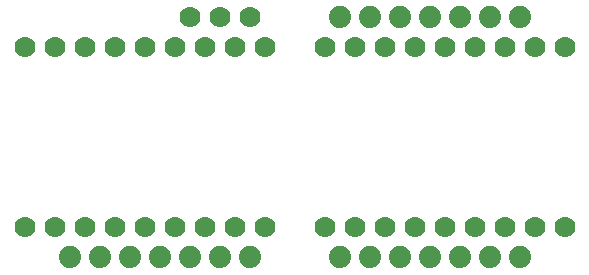
<source format=gbr>
G04 EAGLE Gerber RS-274X export*
G75*
%MOMM*%
%FSLAX34Y34*%
%LPD*%
%INSoldermask Top*%
%IPPOS*%
%AMOC8*
5,1,8,0,0,1.08239X$1,22.5*%
G01*
%ADD10C,1.778000*%
%ADD11C,1.879600*%


D10*
X-228600Y-76200D03*
X-203200Y-76200D03*
X-177800Y-76200D03*
X-152400Y-76200D03*
X-127000Y-76200D03*
X-101600Y-76200D03*
X-76200Y-76200D03*
X-50800Y-76200D03*
X-25400Y-76200D03*
X-25400Y76200D03*
X-50800Y76200D03*
X-76200Y76200D03*
X-101600Y76200D03*
X-127000Y76200D03*
X-152400Y76200D03*
X-177800Y76200D03*
X-203200Y76200D03*
X-228600Y76200D03*
X25400Y-76200D03*
X50800Y-76200D03*
X76200Y-76200D03*
X101600Y-76200D03*
X127000Y-76200D03*
X152400Y-76200D03*
X177800Y-76200D03*
X203200Y-76200D03*
X228600Y-76200D03*
X228600Y76200D03*
X203200Y76200D03*
X177800Y76200D03*
X152400Y76200D03*
X127000Y76200D03*
X101600Y76200D03*
X76200Y76200D03*
X50800Y76200D03*
X25400Y76200D03*
X-88900Y101600D03*
X-63500Y101600D03*
X-38100Y101600D03*
D11*
X38100Y101600D03*
X63500Y101600D03*
X88900Y101600D03*
X114300Y101600D03*
X139700Y101600D03*
X165100Y101600D03*
X190500Y101600D03*
X-38100Y-101600D03*
X-63500Y-101600D03*
X-88900Y-101600D03*
X-114300Y-101600D03*
X-139700Y-101600D03*
X-165100Y-101600D03*
X-190500Y-101600D03*
X190500Y-101600D03*
X165100Y-101600D03*
X139700Y-101600D03*
X114300Y-101600D03*
X88900Y-101600D03*
X63500Y-101600D03*
X38100Y-101600D03*
M02*

</source>
